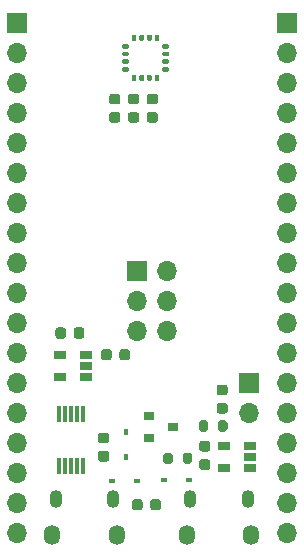
<source format=gbs>
%TF.GenerationSoftware,KiCad,Pcbnew,5.1.10-88a1d61d58~88~ubuntu18.04.1*%
%TF.CreationDate,2021-06-05T10:08:30+03:00*%
%TF.ProjectId,ebyte-E73-2G4M08S1x-board,65627974-652d-4453-9733-2d3247344d30,rev?*%
%TF.SameCoordinates,Original*%
%TF.FileFunction,Soldermask,Bot*%
%TF.FilePolarity,Negative*%
%FSLAX46Y46*%
G04 Gerber Fmt 4.6, Leading zero omitted, Abs format (unit mm)*
G04 Created by KiCad (PCBNEW 5.1.10-88a1d61d58~88~ubuntu18.04.1) date 2021-06-05 10:08:30*
%MOMM*%
%LPD*%
G01*
G04 APERTURE LIST*
%ADD10O,1.350000X1.700000*%
%ADD11O,1.100000X1.500000*%
%ADD12O,1.700000X1.700000*%
%ADD13R,1.700000X1.700000*%
%ADD14R,0.300000X1.400000*%
%ADD15R,0.600000X0.450000*%
%ADD16R,0.450000X0.600000*%
%ADD17R,1.060000X0.650000*%
%ADD18R,0.900000X0.800000*%
G04 APERTURE END LIST*
%TO.C,C11*%
G36*
G01*
X148405000Y-113923000D02*
X148405000Y-114423000D01*
G75*
G02*
X148180000Y-114648000I-225000J0D01*
G01*
X147730000Y-114648000D01*
G75*
G02*
X147505000Y-114423000I0J225000D01*
G01*
X147505000Y-113923000D01*
G75*
G02*
X147730000Y-113698000I225000J0D01*
G01*
X148180000Y-113698000D01*
G75*
G02*
X148405000Y-113923000I0J-225000D01*
G01*
G37*
G36*
G01*
X149955000Y-113923000D02*
X149955000Y-114423000D01*
G75*
G02*
X149730000Y-114648000I-225000J0D01*
G01*
X149280000Y-114648000D01*
G75*
G02*
X149055000Y-114423000I0J225000D01*
G01*
X149055000Y-113923000D01*
G75*
G02*
X149280000Y-113698000I225000J0D01*
G01*
X149730000Y-113698000D01*
G75*
G02*
X149955000Y-113923000I0J-225000D01*
G01*
G37*
%TD*%
%TO.C,C9*%
G36*
G01*
X147387500Y-80919500D02*
X147887500Y-80919500D01*
G75*
G02*
X148112500Y-81144500I0J-225000D01*
G01*
X148112500Y-81594500D01*
G75*
G02*
X147887500Y-81819500I-225000J0D01*
G01*
X147387500Y-81819500D01*
G75*
G02*
X147162500Y-81594500I0J225000D01*
G01*
X147162500Y-81144500D01*
G75*
G02*
X147387500Y-80919500I225000J0D01*
G01*
G37*
G36*
G01*
X147387500Y-79369500D02*
X147887500Y-79369500D01*
G75*
G02*
X148112500Y-79594500I0J-225000D01*
G01*
X148112500Y-80044500D01*
G75*
G02*
X147887500Y-80269500I-225000J0D01*
G01*
X147387500Y-80269500D01*
G75*
G02*
X147162500Y-80044500I0J225000D01*
G01*
X147162500Y-79594500D01*
G75*
G02*
X147387500Y-79369500I225000J0D01*
G01*
G37*
%TD*%
%TO.C,C10*%
G36*
G01*
X145800000Y-80919500D02*
X146300000Y-80919500D01*
G75*
G02*
X146525000Y-81144500I0J-225000D01*
G01*
X146525000Y-81594500D01*
G75*
G02*
X146300000Y-81819500I-225000J0D01*
G01*
X145800000Y-81819500D01*
G75*
G02*
X145575000Y-81594500I0J225000D01*
G01*
X145575000Y-81144500D01*
G75*
G02*
X145800000Y-80919500I225000J0D01*
G01*
G37*
G36*
G01*
X145800000Y-79369500D02*
X146300000Y-79369500D01*
G75*
G02*
X146525000Y-79594500I0J-225000D01*
G01*
X146525000Y-80044500D01*
G75*
G02*
X146300000Y-80269500I-225000J0D01*
G01*
X145800000Y-80269500D01*
G75*
G02*
X145575000Y-80044500I0J225000D01*
G01*
X145575000Y-79594500D01*
G75*
G02*
X145800000Y-79369500I225000J0D01*
G01*
G37*
%TD*%
D10*
%TO.C,J1*%
X146215000Y-116685000D03*
X140755000Y-116685000D03*
D11*
X145905000Y-113685000D03*
X141065000Y-113685000D03*
%TD*%
D10*
%TO.C,J2*%
X157599000Y-116697000D03*
X152139000Y-116697000D03*
D11*
X157289000Y-113697000D03*
X152449000Y-113697000D03*
%TD*%
%TO.C,R2*%
G36*
G01*
X151809000Y-110511000D02*
X151809000Y-109961000D01*
G75*
G02*
X152009000Y-109761000I200000J0D01*
G01*
X152409000Y-109761000D01*
G75*
G02*
X152609000Y-109961000I0J-200000D01*
G01*
X152609000Y-110511000D01*
G75*
G02*
X152409000Y-110711000I-200000J0D01*
G01*
X152009000Y-110711000D01*
G75*
G02*
X151809000Y-110511000I0J200000D01*
G01*
G37*
G36*
G01*
X150159000Y-110511000D02*
X150159000Y-109961000D01*
G75*
G02*
X150359000Y-109761000I200000J0D01*
G01*
X150759000Y-109761000D01*
G75*
G02*
X150959000Y-109961000I0J-200000D01*
G01*
X150959000Y-110511000D01*
G75*
G02*
X150759000Y-110711000I-200000J0D01*
G01*
X150359000Y-110711000D01*
G75*
G02*
X150159000Y-110511000I0J200000D01*
G01*
G37*
%TD*%
D12*
%TO.C,J5*%
X160655000Y-116586000D03*
X160655000Y-114046000D03*
X160655000Y-111506000D03*
X160655000Y-108966000D03*
X160655000Y-106426000D03*
X160655000Y-103886000D03*
X160655000Y-101346000D03*
X160655000Y-98806000D03*
X160655000Y-96266000D03*
X160655000Y-93726000D03*
X160655000Y-91186000D03*
X160655000Y-88646000D03*
X160655000Y-86106000D03*
X160655000Y-83566000D03*
X160655000Y-81026000D03*
X160655000Y-78486000D03*
X160655000Y-75946000D03*
D13*
X160655000Y-73406000D03*
%TD*%
D14*
%TO.C,U3*%
X143367000Y-106512000D03*
X142867000Y-106512000D03*
X142367000Y-106512000D03*
X141867000Y-106512000D03*
X141367000Y-106512000D03*
X141367000Y-110912000D03*
X141867000Y-110912000D03*
X142367000Y-110912000D03*
X142867000Y-110912000D03*
X143367000Y-110912000D03*
%TD*%
%TO.C,C1*%
G36*
G01*
X153920000Y-109657000D02*
X153420000Y-109657000D01*
G75*
G02*
X153195000Y-109432000I0J225000D01*
G01*
X153195000Y-108982000D01*
G75*
G02*
X153420000Y-108757000I225000J0D01*
G01*
X153920000Y-108757000D01*
G75*
G02*
X154145000Y-108982000I0J-225000D01*
G01*
X154145000Y-109432000D01*
G75*
G02*
X153920000Y-109657000I-225000J0D01*
G01*
G37*
G36*
G01*
X153920000Y-111207000D02*
X153420000Y-111207000D01*
G75*
G02*
X153195000Y-110982000I0J225000D01*
G01*
X153195000Y-110532000D01*
G75*
G02*
X153420000Y-110307000I225000J0D01*
G01*
X153920000Y-110307000D01*
G75*
G02*
X154145000Y-110532000I0J-225000D01*
G01*
X154145000Y-110982000D01*
G75*
G02*
X153920000Y-111207000I-225000J0D01*
G01*
G37*
%TD*%
D15*
%TO.C,D3*%
X152307000Y-112077500D03*
X150207000Y-112077500D03*
%TD*%
%TO.C,U4*%
G36*
G01*
X147478500Y-78202000D02*
X147478500Y-77852000D01*
G75*
G02*
X147578500Y-77752000I100000J0D01*
G01*
X147778500Y-77752000D01*
G75*
G02*
X147878500Y-77852000I0J-100000D01*
G01*
X147878500Y-78202000D01*
G75*
G02*
X147778500Y-78302000I-100000J0D01*
G01*
X147578500Y-78302000D01*
G75*
G02*
X147478500Y-78202000I0J100000D01*
G01*
G37*
G36*
G01*
X148128500Y-78202000D02*
X148128500Y-77852000D01*
G75*
G02*
X148228500Y-77752000I100000J0D01*
G01*
X148428500Y-77752000D01*
G75*
G02*
X148528500Y-77852000I0J-100000D01*
G01*
X148528500Y-78202000D01*
G75*
G02*
X148428500Y-78302000I-100000J0D01*
G01*
X148228500Y-78302000D01*
G75*
G02*
X148128500Y-78202000I0J100000D01*
G01*
G37*
G36*
G01*
X148778500Y-78202000D02*
X148778500Y-77852000D01*
G75*
G02*
X148878500Y-77752000I100000J0D01*
G01*
X149078500Y-77752000D01*
G75*
G02*
X149178500Y-77852000I0J-100000D01*
G01*
X149178500Y-78202000D01*
G75*
G02*
X149078500Y-78302000I-100000J0D01*
G01*
X148878500Y-78302000D01*
G75*
G02*
X148778500Y-78202000I0J100000D01*
G01*
G37*
G36*
G01*
X149428500Y-78202000D02*
X149428500Y-77852000D01*
G75*
G02*
X149528500Y-77752000I100000J0D01*
G01*
X149728500Y-77752000D01*
G75*
G02*
X149828500Y-77852000I0J-100000D01*
G01*
X149828500Y-78202000D01*
G75*
G02*
X149728500Y-78302000I-100000J0D01*
G01*
X149528500Y-78302000D01*
G75*
G02*
X149428500Y-78202000I0J100000D01*
G01*
G37*
G36*
G01*
X150078500Y-77402000D02*
X150078500Y-77202000D01*
G75*
G02*
X150178500Y-77102000I100000J0D01*
G01*
X150528500Y-77102000D01*
G75*
G02*
X150628500Y-77202000I0J-100000D01*
G01*
X150628500Y-77402000D01*
G75*
G02*
X150528500Y-77502000I-100000J0D01*
G01*
X150178500Y-77502000D01*
G75*
G02*
X150078500Y-77402000I0J100000D01*
G01*
G37*
G36*
G01*
X150078500Y-76752000D02*
X150078500Y-76552000D01*
G75*
G02*
X150178500Y-76452000I100000J0D01*
G01*
X150528500Y-76452000D01*
G75*
G02*
X150628500Y-76552000I0J-100000D01*
G01*
X150628500Y-76752000D01*
G75*
G02*
X150528500Y-76852000I-100000J0D01*
G01*
X150178500Y-76852000D01*
G75*
G02*
X150078500Y-76752000I0J100000D01*
G01*
G37*
G36*
G01*
X150078500Y-76102000D02*
X150078500Y-75902000D01*
G75*
G02*
X150178500Y-75802000I100000J0D01*
G01*
X150528500Y-75802000D01*
G75*
G02*
X150628500Y-75902000I0J-100000D01*
G01*
X150628500Y-76102000D01*
G75*
G02*
X150528500Y-76202000I-100000J0D01*
G01*
X150178500Y-76202000D01*
G75*
G02*
X150078500Y-76102000I0J100000D01*
G01*
G37*
G36*
G01*
X150078500Y-75452000D02*
X150078500Y-75252000D01*
G75*
G02*
X150178500Y-75152000I100000J0D01*
G01*
X150528500Y-75152000D01*
G75*
G02*
X150628500Y-75252000I0J-100000D01*
G01*
X150628500Y-75452000D01*
G75*
G02*
X150528500Y-75552000I-100000J0D01*
G01*
X150178500Y-75552000D01*
G75*
G02*
X150078500Y-75452000I0J100000D01*
G01*
G37*
G36*
G01*
X149428500Y-74802000D02*
X149428500Y-74452000D01*
G75*
G02*
X149528500Y-74352000I100000J0D01*
G01*
X149728500Y-74352000D01*
G75*
G02*
X149828500Y-74452000I0J-100000D01*
G01*
X149828500Y-74802000D01*
G75*
G02*
X149728500Y-74902000I-100000J0D01*
G01*
X149528500Y-74902000D01*
G75*
G02*
X149428500Y-74802000I0J100000D01*
G01*
G37*
G36*
G01*
X148778500Y-74802000D02*
X148778500Y-74452000D01*
G75*
G02*
X148878500Y-74352000I100000J0D01*
G01*
X149078500Y-74352000D01*
G75*
G02*
X149178500Y-74452000I0J-100000D01*
G01*
X149178500Y-74802000D01*
G75*
G02*
X149078500Y-74902000I-100000J0D01*
G01*
X148878500Y-74902000D01*
G75*
G02*
X148778500Y-74802000I0J100000D01*
G01*
G37*
G36*
G01*
X148128500Y-74802000D02*
X148128500Y-74452000D01*
G75*
G02*
X148228500Y-74352000I100000J0D01*
G01*
X148428500Y-74352000D01*
G75*
G02*
X148528500Y-74452000I0J-100000D01*
G01*
X148528500Y-74802000D01*
G75*
G02*
X148428500Y-74902000I-100000J0D01*
G01*
X148228500Y-74902000D01*
G75*
G02*
X148128500Y-74802000I0J100000D01*
G01*
G37*
G36*
G01*
X147478500Y-74802000D02*
X147478500Y-74452000D01*
G75*
G02*
X147578500Y-74352000I100000J0D01*
G01*
X147778500Y-74352000D01*
G75*
G02*
X147878500Y-74452000I0J-100000D01*
G01*
X147878500Y-74802000D01*
G75*
G02*
X147778500Y-74902000I-100000J0D01*
G01*
X147578500Y-74902000D01*
G75*
G02*
X147478500Y-74802000I0J100000D01*
G01*
G37*
G36*
G01*
X146678500Y-75452000D02*
X146678500Y-75252000D01*
G75*
G02*
X146778500Y-75152000I100000J0D01*
G01*
X147128500Y-75152000D01*
G75*
G02*
X147228500Y-75252000I0J-100000D01*
G01*
X147228500Y-75452000D01*
G75*
G02*
X147128500Y-75552000I-100000J0D01*
G01*
X146778500Y-75552000D01*
G75*
G02*
X146678500Y-75452000I0J100000D01*
G01*
G37*
G36*
G01*
X146678500Y-76102000D02*
X146678500Y-75902000D01*
G75*
G02*
X146778500Y-75802000I100000J0D01*
G01*
X147128500Y-75802000D01*
G75*
G02*
X147228500Y-75902000I0J-100000D01*
G01*
X147228500Y-76102000D01*
G75*
G02*
X147128500Y-76202000I-100000J0D01*
G01*
X146778500Y-76202000D01*
G75*
G02*
X146678500Y-76102000I0J100000D01*
G01*
G37*
G36*
G01*
X146678500Y-76752000D02*
X146678500Y-76552000D01*
G75*
G02*
X146778500Y-76452000I100000J0D01*
G01*
X147128500Y-76452000D01*
G75*
G02*
X147228500Y-76552000I0J-100000D01*
G01*
X147228500Y-76752000D01*
G75*
G02*
X147128500Y-76852000I-100000J0D01*
G01*
X146778500Y-76852000D01*
G75*
G02*
X146678500Y-76752000I0J100000D01*
G01*
G37*
G36*
G01*
X146678500Y-77402000D02*
X146678500Y-77202000D01*
G75*
G02*
X146778500Y-77102000I100000J0D01*
G01*
X147128500Y-77102000D01*
G75*
G02*
X147228500Y-77202000I0J-100000D01*
G01*
X147228500Y-77402000D01*
G75*
G02*
X147128500Y-77502000I-100000J0D01*
G01*
X146778500Y-77502000D01*
G75*
G02*
X146678500Y-77402000I0J100000D01*
G01*
G37*
%TD*%
%TO.C,D2*%
X145855000Y-112141000D03*
X147955000Y-112141000D03*
%TD*%
%TO.C,C3*%
G36*
G01*
X145347500Y-108958500D02*
X144847500Y-108958500D01*
G75*
G02*
X144622500Y-108733500I0J225000D01*
G01*
X144622500Y-108283500D01*
G75*
G02*
X144847500Y-108058500I225000J0D01*
G01*
X145347500Y-108058500D01*
G75*
G02*
X145572500Y-108283500I0J-225000D01*
G01*
X145572500Y-108733500D01*
G75*
G02*
X145347500Y-108958500I-225000J0D01*
G01*
G37*
G36*
G01*
X145347500Y-110508500D02*
X144847500Y-110508500D01*
G75*
G02*
X144622500Y-110283500I0J225000D01*
G01*
X144622500Y-109833500D01*
G75*
G02*
X144847500Y-109608500I225000J0D01*
G01*
X145347500Y-109608500D01*
G75*
G02*
X145572500Y-109833500I0J-225000D01*
G01*
X145572500Y-110283500D01*
G75*
G02*
X145347500Y-110508500I-225000J0D01*
G01*
G37*
%TD*%
D16*
%TO.C,D1*%
X147002500Y-110143000D03*
X147002500Y-108043000D03*
%TD*%
D17*
%TO.C,U1*%
X155300500Y-109159000D03*
X155300500Y-111059000D03*
X157500500Y-111059000D03*
X157500500Y-110109000D03*
X157500500Y-109159000D03*
%TD*%
%TO.C,C5*%
G36*
G01*
X155393200Y-104894800D02*
X154893200Y-104894800D01*
G75*
G02*
X154668200Y-104669800I0J225000D01*
G01*
X154668200Y-104219800D01*
G75*
G02*
X154893200Y-103994800I225000J0D01*
G01*
X155393200Y-103994800D01*
G75*
G02*
X155618200Y-104219800I0J-225000D01*
G01*
X155618200Y-104669800D01*
G75*
G02*
X155393200Y-104894800I-225000J0D01*
G01*
G37*
G36*
G01*
X155393200Y-106444800D02*
X154893200Y-106444800D01*
G75*
G02*
X154668200Y-106219800I0J225000D01*
G01*
X154668200Y-105769800D01*
G75*
G02*
X154893200Y-105544800I225000J0D01*
G01*
X155393200Y-105544800D01*
G75*
G02*
X155618200Y-105769800I0J-225000D01*
G01*
X155618200Y-106219800D01*
G75*
G02*
X155393200Y-106444800I-225000J0D01*
G01*
G37*
%TD*%
D12*
%TO.C,J4*%
X137795000Y-116586000D03*
X137795000Y-114046000D03*
X137795000Y-111506000D03*
X137795000Y-108966000D03*
X137795000Y-106426000D03*
X137795000Y-103886000D03*
X137795000Y-101346000D03*
X137795000Y-98806000D03*
X137795000Y-96266000D03*
X137795000Y-93726000D03*
X137795000Y-91186000D03*
X137795000Y-88646000D03*
X137795000Y-86106000D03*
X137795000Y-83566000D03*
X137795000Y-81026000D03*
X137795000Y-78486000D03*
X137795000Y-75946000D03*
D13*
X137795000Y-73406000D03*
%TD*%
%TO.C,R3*%
G36*
G01*
X154794000Y-107780500D02*
X154794000Y-107230500D01*
G75*
G02*
X154994000Y-107030500I200000J0D01*
G01*
X155394000Y-107030500D01*
G75*
G02*
X155594000Y-107230500I0J-200000D01*
G01*
X155594000Y-107780500D01*
G75*
G02*
X155394000Y-107980500I-200000J0D01*
G01*
X154994000Y-107980500D01*
G75*
G02*
X154794000Y-107780500I0J200000D01*
G01*
G37*
G36*
G01*
X153144000Y-107780500D02*
X153144000Y-107230500D01*
G75*
G02*
X153344000Y-107030500I200000J0D01*
G01*
X153744000Y-107030500D01*
G75*
G02*
X153944000Y-107230500I0J-200000D01*
G01*
X153944000Y-107780500D01*
G75*
G02*
X153744000Y-107980500I-200000J0D01*
G01*
X153344000Y-107980500D01*
G75*
G02*
X153144000Y-107780500I0J200000D01*
G01*
G37*
%TD*%
D18*
%TO.C,Q1*%
X150987000Y-107581700D03*
X148987000Y-106631700D03*
X148987000Y-108531700D03*
%TD*%
%TO.C,C4*%
G36*
G01*
X142565000Y-99881500D02*
X142565000Y-99381500D01*
G75*
G02*
X142790000Y-99156500I225000J0D01*
G01*
X143240000Y-99156500D01*
G75*
G02*
X143465000Y-99381500I0J-225000D01*
G01*
X143465000Y-99881500D01*
G75*
G02*
X143240000Y-100106500I-225000J0D01*
G01*
X142790000Y-100106500D01*
G75*
G02*
X142565000Y-99881500I0J225000D01*
G01*
G37*
G36*
G01*
X141015000Y-99881500D02*
X141015000Y-99381500D01*
G75*
G02*
X141240000Y-99156500I225000J0D01*
G01*
X141690000Y-99156500D01*
G75*
G02*
X141915000Y-99381500I0J-225000D01*
G01*
X141915000Y-99881500D01*
G75*
G02*
X141690000Y-100106500I-225000J0D01*
G01*
X141240000Y-100106500D01*
G75*
G02*
X141015000Y-99881500I0J225000D01*
G01*
G37*
%TD*%
D17*
%TO.C,U2*%
X141444800Y-101462800D03*
X141444800Y-103362800D03*
X143644800Y-103362800D03*
X143644800Y-102412800D03*
X143644800Y-101462800D03*
%TD*%
%TO.C,C2*%
G36*
G01*
X146438500Y-101723000D02*
X146438500Y-101223000D01*
G75*
G02*
X146663500Y-100998000I225000J0D01*
G01*
X147113500Y-100998000D01*
G75*
G02*
X147338500Y-101223000I0J-225000D01*
G01*
X147338500Y-101723000D01*
G75*
G02*
X147113500Y-101948000I-225000J0D01*
G01*
X146663500Y-101948000D01*
G75*
G02*
X146438500Y-101723000I0J225000D01*
G01*
G37*
G36*
G01*
X144888500Y-101723000D02*
X144888500Y-101223000D01*
G75*
G02*
X145113500Y-100998000I225000J0D01*
G01*
X145563500Y-100998000D01*
G75*
G02*
X145788500Y-101223000I0J-225000D01*
G01*
X145788500Y-101723000D01*
G75*
G02*
X145563500Y-101948000I-225000J0D01*
G01*
X145113500Y-101948000D01*
G75*
G02*
X144888500Y-101723000I0J225000D01*
G01*
G37*
%TD*%
%TO.C,C6*%
G36*
G01*
X148975000Y-80919500D02*
X149475000Y-80919500D01*
G75*
G02*
X149700000Y-81144500I0J-225000D01*
G01*
X149700000Y-81594500D01*
G75*
G02*
X149475000Y-81819500I-225000J0D01*
G01*
X148975000Y-81819500D01*
G75*
G02*
X148750000Y-81594500I0J225000D01*
G01*
X148750000Y-81144500D01*
G75*
G02*
X148975000Y-80919500I225000J0D01*
G01*
G37*
G36*
G01*
X148975000Y-79369500D02*
X149475000Y-79369500D01*
G75*
G02*
X149700000Y-79594500I0J-225000D01*
G01*
X149700000Y-80044500D01*
G75*
G02*
X149475000Y-80269500I-225000J0D01*
G01*
X148975000Y-80269500D01*
G75*
G02*
X148750000Y-80044500I0J225000D01*
G01*
X148750000Y-79594500D01*
G75*
G02*
X148975000Y-79369500I225000J0D01*
G01*
G37*
%TD*%
D12*
%TO.C,J7*%
X150495000Y-99441000D03*
X147955000Y-99441000D03*
X150495000Y-96901000D03*
X147955000Y-96901000D03*
X150495000Y-94361000D03*
D13*
X147955000Y-94361000D03*
%TD*%
D12*
%TO.C,J3*%
X157429200Y-106426000D03*
D13*
X157429200Y-103886000D03*
%TD*%
M02*

</source>
